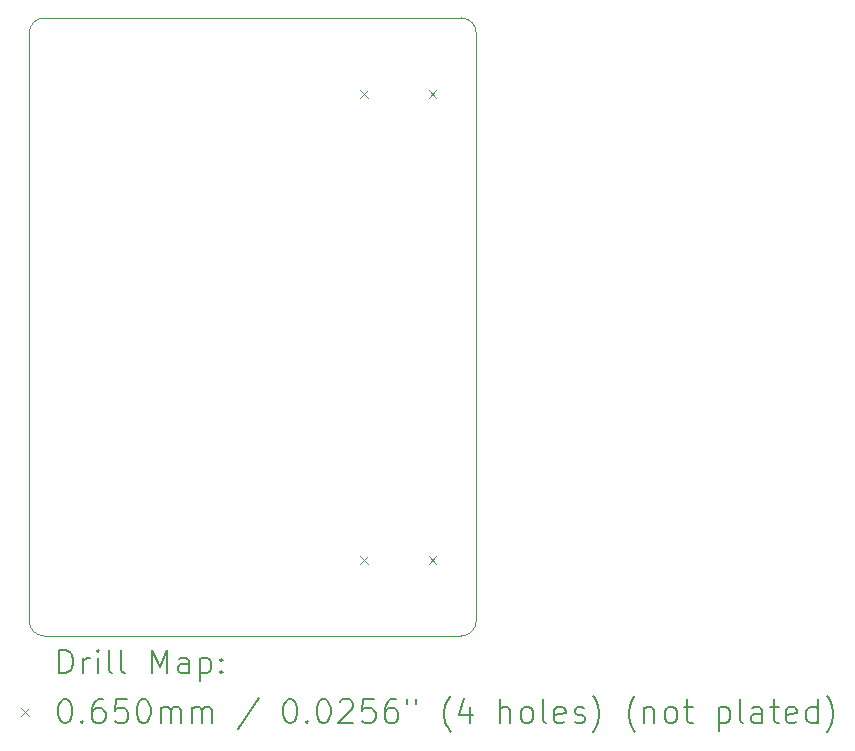
<source format=gbr>
%TF.GenerationSoftware,KiCad,Pcbnew,8.0.2-8.0.2-0~ubuntu22.04.1*%
%TF.CreationDate,2024-05-30T19:54:08+02:00*%
%TF.ProjectId,tamarin-c,74616d61-7269-46e2-9d63-2e6b69636164,rev?*%
%TF.SameCoordinates,Original*%
%TF.FileFunction,Drillmap*%
%TF.FilePolarity,Positive*%
%FSLAX45Y45*%
G04 Gerber Fmt 4.5, Leading zero omitted, Abs format (unit mm)*
G04 Created by KiCad (PCBNEW 8.0.2-8.0.2-0~ubuntu22.04.1) date 2024-05-30 19:54:08*
%MOMM*%
%LPD*%
G01*
G04 APERTURE LIST*
%ADD10C,0.100000*%
%ADD11C,0.200000*%
G04 APERTURE END LIST*
D10*
X15138400Y-5054600D02*
G75*
G02*
X15265400Y-5181600I0J-127000D01*
G01*
X15265400Y-5181600D02*
X15265400Y-10160000D01*
X13055600Y-10287000D02*
X11607800Y-10287000D01*
X15138400Y-5054600D02*
X11607800Y-5054600D01*
X11607800Y-10287000D02*
G75*
G02*
X11480800Y-10160000I0J127000D01*
G01*
X15265400Y-10160000D02*
G75*
G02*
X15138400Y-10287000I-127000J0D01*
G01*
X11480800Y-5181600D02*
X11480800Y-10160000D01*
X13055600Y-10287000D02*
X15138400Y-10287000D01*
X11480800Y-5181600D02*
G75*
G02*
X11607800Y-5054600I127000J0D01*
G01*
D11*
D10*
X14283500Y-5665000D02*
X14348500Y-5730000D01*
X14348500Y-5665000D02*
X14283500Y-5730000D01*
X14283500Y-9613500D02*
X14348500Y-9678500D01*
X14348500Y-9613500D02*
X14283500Y-9678500D01*
X14861500Y-5665000D02*
X14926500Y-5730000D01*
X14926500Y-5665000D02*
X14861500Y-5730000D01*
X14861500Y-9613500D02*
X14926500Y-9678500D01*
X14926500Y-9613500D02*
X14861500Y-9678500D01*
D11*
X11736577Y-10603484D02*
X11736577Y-10403484D01*
X11736577Y-10403484D02*
X11784196Y-10403484D01*
X11784196Y-10403484D02*
X11812767Y-10413008D01*
X11812767Y-10413008D02*
X11831815Y-10432055D01*
X11831815Y-10432055D02*
X11841339Y-10451103D01*
X11841339Y-10451103D02*
X11850862Y-10489198D01*
X11850862Y-10489198D02*
X11850862Y-10517770D01*
X11850862Y-10517770D02*
X11841339Y-10555865D01*
X11841339Y-10555865D02*
X11831815Y-10574912D01*
X11831815Y-10574912D02*
X11812767Y-10593960D01*
X11812767Y-10593960D02*
X11784196Y-10603484D01*
X11784196Y-10603484D02*
X11736577Y-10603484D01*
X11936577Y-10603484D02*
X11936577Y-10470150D01*
X11936577Y-10508246D02*
X11946101Y-10489198D01*
X11946101Y-10489198D02*
X11955624Y-10479674D01*
X11955624Y-10479674D02*
X11974672Y-10470150D01*
X11974672Y-10470150D02*
X11993720Y-10470150D01*
X12060386Y-10603484D02*
X12060386Y-10470150D01*
X12060386Y-10403484D02*
X12050862Y-10413008D01*
X12050862Y-10413008D02*
X12060386Y-10422531D01*
X12060386Y-10422531D02*
X12069910Y-10413008D01*
X12069910Y-10413008D02*
X12060386Y-10403484D01*
X12060386Y-10403484D02*
X12060386Y-10422531D01*
X12184196Y-10603484D02*
X12165148Y-10593960D01*
X12165148Y-10593960D02*
X12155624Y-10574912D01*
X12155624Y-10574912D02*
X12155624Y-10403484D01*
X12288958Y-10603484D02*
X12269910Y-10593960D01*
X12269910Y-10593960D02*
X12260386Y-10574912D01*
X12260386Y-10574912D02*
X12260386Y-10403484D01*
X12517529Y-10603484D02*
X12517529Y-10403484D01*
X12517529Y-10403484D02*
X12584196Y-10546341D01*
X12584196Y-10546341D02*
X12650862Y-10403484D01*
X12650862Y-10403484D02*
X12650862Y-10603484D01*
X12831815Y-10603484D02*
X12831815Y-10498722D01*
X12831815Y-10498722D02*
X12822291Y-10479674D01*
X12822291Y-10479674D02*
X12803243Y-10470150D01*
X12803243Y-10470150D02*
X12765148Y-10470150D01*
X12765148Y-10470150D02*
X12746101Y-10479674D01*
X12831815Y-10593960D02*
X12812767Y-10603484D01*
X12812767Y-10603484D02*
X12765148Y-10603484D01*
X12765148Y-10603484D02*
X12746101Y-10593960D01*
X12746101Y-10593960D02*
X12736577Y-10574912D01*
X12736577Y-10574912D02*
X12736577Y-10555865D01*
X12736577Y-10555865D02*
X12746101Y-10536817D01*
X12746101Y-10536817D02*
X12765148Y-10527293D01*
X12765148Y-10527293D02*
X12812767Y-10527293D01*
X12812767Y-10527293D02*
X12831815Y-10517770D01*
X12927053Y-10470150D02*
X12927053Y-10670150D01*
X12927053Y-10479674D02*
X12946101Y-10470150D01*
X12946101Y-10470150D02*
X12984196Y-10470150D01*
X12984196Y-10470150D02*
X13003243Y-10479674D01*
X13003243Y-10479674D02*
X13012767Y-10489198D01*
X13012767Y-10489198D02*
X13022291Y-10508246D01*
X13022291Y-10508246D02*
X13022291Y-10565389D01*
X13022291Y-10565389D02*
X13012767Y-10584436D01*
X13012767Y-10584436D02*
X13003243Y-10593960D01*
X13003243Y-10593960D02*
X12984196Y-10603484D01*
X12984196Y-10603484D02*
X12946101Y-10603484D01*
X12946101Y-10603484D02*
X12927053Y-10593960D01*
X13108005Y-10584436D02*
X13117529Y-10593960D01*
X13117529Y-10593960D02*
X13108005Y-10603484D01*
X13108005Y-10603484D02*
X13098482Y-10593960D01*
X13098482Y-10593960D02*
X13108005Y-10584436D01*
X13108005Y-10584436D02*
X13108005Y-10603484D01*
X13108005Y-10479674D02*
X13117529Y-10489198D01*
X13117529Y-10489198D02*
X13108005Y-10498722D01*
X13108005Y-10498722D02*
X13098482Y-10489198D01*
X13098482Y-10489198D02*
X13108005Y-10479674D01*
X13108005Y-10479674D02*
X13108005Y-10498722D01*
D10*
X11410800Y-10899500D02*
X11475800Y-10964500D01*
X11475800Y-10899500D02*
X11410800Y-10964500D01*
D11*
X11774672Y-10823484D02*
X11793720Y-10823484D01*
X11793720Y-10823484D02*
X11812767Y-10833008D01*
X11812767Y-10833008D02*
X11822291Y-10842531D01*
X11822291Y-10842531D02*
X11831815Y-10861579D01*
X11831815Y-10861579D02*
X11841339Y-10899674D01*
X11841339Y-10899674D02*
X11841339Y-10947293D01*
X11841339Y-10947293D02*
X11831815Y-10985389D01*
X11831815Y-10985389D02*
X11822291Y-11004436D01*
X11822291Y-11004436D02*
X11812767Y-11013960D01*
X11812767Y-11013960D02*
X11793720Y-11023484D01*
X11793720Y-11023484D02*
X11774672Y-11023484D01*
X11774672Y-11023484D02*
X11755624Y-11013960D01*
X11755624Y-11013960D02*
X11746101Y-11004436D01*
X11746101Y-11004436D02*
X11736577Y-10985389D01*
X11736577Y-10985389D02*
X11727053Y-10947293D01*
X11727053Y-10947293D02*
X11727053Y-10899674D01*
X11727053Y-10899674D02*
X11736577Y-10861579D01*
X11736577Y-10861579D02*
X11746101Y-10842531D01*
X11746101Y-10842531D02*
X11755624Y-10833008D01*
X11755624Y-10833008D02*
X11774672Y-10823484D01*
X11927053Y-11004436D02*
X11936577Y-11013960D01*
X11936577Y-11013960D02*
X11927053Y-11023484D01*
X11927053Y-11023484D02*
X11917529Y-11013960D01*
X11917529Y-11013960D02*
X11927053Y-11004436D01*
X11927053Y-11004436D02*
X11927053Y-11023484D01*
X12108005Y-10823484D02*
X12069910Y-10823484D01*
X12069910Y-10823484D02*
X12050862Y-10833008D01*
X12050862Y-10833008D02*
X12041339Y-10842531D01*
X12041339Y-10842531D02*
X12022291Y-10871103D01*
X12022291Y-10871103D02*
X12012767Y-10909198D01*
X12012767Y-10909198D02*
X12012767Y-10985389D01*
X12012767Y-10985389D02*
X12022291Y-11004436D01*
X12022291Y-11004436D02*
X12031815Y-11013960D01*
X12031815Y-11013960D02*
X12050862Y-11023484D01*
X12050862Y-11023484D02*
X12088958Y-11023484D01*
X12088958Y-11023484D02*
X12108005Y-11013960D01*
X12108005Y-11013960D02*
X12117529Y-11004436D01*
X12117529Y-11004436D02*
X12127053Y-10985389D01*
X12127053Y-10985389D02*
X12127053Y-10937770D01*
X12127053Y-10937770D02*
X12117529Y-10918722D01*
X12117529Y-10918722D02*
X12108005Y-10909198D01*
X12108005Y-10909198D02*
X12088958Y-10899674D01*
X12088958Y-10899674D02*
X12050862Y-10899674D01*
X12050862Y-10899674D02*
X12031815Y-10909198D01*
X12031815Y-10909198D02*
X12022291Y-10918722D01*
X12022291Y-10918722D02*
X12012767Y-10937770D01*
X12308005Y-10823484D02*
X12212767Y-10823484D01*
X12212767Y-10823484D02*
X12203243Y-10918722D01*
X12203243Y-10918722D02*
X12212767Y-10909198D01*
X12212767Y-10909198D02*
X12231815Y-10899674D01*
X12231815Y-10899674D02*
X12279434Y-10899674D01*
X12279434Y-10899674D02*
X12298482Y-10909198D01*
X12298482Y-10909198D02*
X12308005Y-10918722D01*
X12308005Y-10918722D02*
X12317529Y-10937770D01*
X12317529Y-10937770D02*
X12317529Y-10985389D01*
X12317529Y-10985389D02*
X12308005Y-11004436D01*
X12308005Y-11004436D02*
X12298482Y-11013960D01*
X12298482Y-11013960D02*
X12279434Y-11023484D01*
X12279434Y-11023484D02*
X12231815Y-11023484D01*
X12231815Y-11023484D02*
X12212767Y-11013960D01*
X12212767Y-11013960D02*
X12203243Y-11004436D01*
X12441339Y-10823484D02*
X12460386Y-10823484D01*
X12460386Y-10823484D02*
X12479434Y-10833008D01*
X12479434Y-10833008D02*
X12488958Y-10842531D01*
X12488958Y-10842531D02*
X12498482Y-10861579D01*
X12498482Y-10861579D02*
X12508005Y-10899674D01*
X12508005Y-10899674D02*
X12508005Y-10947293D01*
X12508005Y-10947293D02*
X12498482Y-10985389D01*
X12498482Y-10985389D02*
X12488958Y-11004436D01*
X12488958Y-11004436D02*
X12479434Y-11013960D01*
X12479434Y-11013960D02*
X12460386Y-11023484D01*
X12460386Y-11023484D02*
X12441339Y-11023484D01*
X12441339Y-11023484D02*
X12422291Y-11013960D01*
X12422291Y-11013960D02*
X12412767Y-11004436D01*
X12412767Y-11004436D02*
X12403243Y-10985389D01*
X12403243Y-10985389D02*
X12393720Y-10947293D01*
X12393720Y-10947293D02*
X12393720Y-10899674D01*
X12393720Y-10899674D02*
X12403243Y-10861579D01*
X12403243Y-10861579D02*
X12412767Y-10842531D01*
X12412767Y-10842531D02*
X12422291Y-10833008D01*
X12422291Y-10833008D02*
X12441339Y-10823484D01*
X12593720Y-11023484D02*
X12593720Y-10890150D01*
X12593720Y-10909198D02*
X12603243Y-10899674D01*
X12603243Y-10899674D02*
X12622291Y-10890150D01*
X12622291Y-10890150D02*
X12650863Y-10890150D01*
X12650863Y-10890150D02*
X12669910Y-10899674D01*
X12669910Y-10899674D02*
X12679434Y-10918722D01*
X12679434Y-10918722D02*
X12679434Y-11023484D01*
X12679434Y-10918722D02*
X12688958Y-10899674D01*
X12688958Y-10899674D02*
X12708005Y-10890150D01*
X12708005Y-10890150D02*
X12736577Y-10890150D01*
X12736577Y-10890150D02*
X12755624Y-10899674D01*
X12755624Y-10899674D02*
X12765148Y-10918722D01*
X12765148Y-10918722D02*
X12765148Y-11023484D01*
X12860386Y-11023484D02*
X12860386Y-10890150D01*
X12860386Y-10909198D02*
X12869910Y-10899674D01*
X12869910Y-10899674D02*
X12888958Y-10890150D01*
X12888958Y-10890150D02*
X12917529Y-10890150D01*
X12917529Y-10890150D02*
X12936577Y-10899674D01*
X12936577Y-10899674D02*
X12946101Y-10918722D01*
X12946101Y-10918722D02*
X12946101Y-11023484D01*
X12946101Y-10918722D02*
X12955624Y-10899674D01*
X12955624Y-10899674D02*
X12974672Y-10890150D01*
X12974672Y-10890150D02*
X13003243Y-10890150D01*
X13003243Y-10890150D02*
X13022291Y-10899674D01*
X13022291Y-10899674D02*
X13031815Y-10918722D01*
X13031815Y-10918722D02*
X13031815Y-11023484D01*
X13422291Y-10813960D02*
X13250863Y-11071103D01*
X13679434Y-10823484D02*
X13698482Y-10823484D01*
X13698482Y-10823484D02*
X13717529Y-10833008D01*
X13717529Y-10833008D02*
X13727053Y-10842531D01*
X13727053Y-10842531D02*
X13736577Y-10861579D01*
X13736577Y-10861579D02*
X13746101Y-10899674D01*
X13746101Y-10899674D02*
X13746101Y-10947293D01*
X13746101Y-10947293D02*
X13736577Y-10985389D01*
X13736577Y-10985389D02*
X13727053Y-11004436D01*
X13727053Y-11004436D02*
X13717529Y-11013960D01*
X13717529Y-11013960D02*
X13698482Y-11023484D01*
X13698482Y-11023484D02*
X13679434Y-11023484D01*
X13679434Y-11023484D02*
X13660386Y-11013960D01*
X13660386Y-11013960D02*
X13650863Y-11004436D01*
X13650863Y-11004436D02*
X13641339Y-10985389D01*
X13641339Y-10985389D02*
X13631815Y-10947293D01*
X13631815Y-10947293D02*
X13631815Y-10899674D01*
X13631815Y-10899674D02*
X13641339Y-10861579D01*
X13641339Y-10861579D02*
X13650863Y-10842531D01*
X13650863Y-10842531D02*
X13660386Y-10833008D01*
X13660386Y-10833008D02*
X13679434Y-10823484D01*
X13831815Y-11004436D02*
X13841339Y-11013960D01*
X13841339Y-11013960D02*
X13831815Y-11023484D01*
X13831815Y-11023484D02*
X13822291Y-11013960D01*
X13822291Y-11013960D02*
X13831815Y-11004436D01*
X13831815Y-11004436D02*
X13831815Y-11023484D01*
X13965148Y-10823484D02*
X13984196Y-10823484D01*
X13984196Y-10823484D02*
X14003244Y-10833008D01*
X14003244Y-10833008D02*
X14012767Y-10842531D01*
X14012767Y-10842531D02*
X14022291Y-10861579D01*
X14022291Y-10861579D02*
X14031815Y-10899674D01*
X14031815Y-10899674D02*
X14031815Y-10947293D01*
X14031815Y-10947293D02*
X14022291Y-10985389D01*
X14022291Y-10985389D02*
X14012767Y-11004436D01*
X14012767Y-11004436D02*
X14003244Y-11013960D01*
X14003244Y-11013960D02*
X13984196Y-11023484D01*
X13984196Y-11023484D02*
X13965148Y-11023484D01*
X13965148Y-11023484D02*
X13946101Y-11013960D01*
X13946101Y-11013960D02*
X13936577Y-11004436D01*
X13936577Y-11004436D02*
X13927053Y-10985389D01*
X13927053Y-10985389D02*
X13917529Y-10947293D01*
X13917529Y-10947293D02*
X13917529Y-10899674D01*
X13917529Y-10899674D02*
X13927053Y-10861579D01*
X13927053Y-10861579D02*
X13936577Y-10842531D01*
X13936577Y-10842531D02*
X13946101Y-10833008D01*
X13946101Y-10833008D02*
X13965148Y-10823484D01*
X14108006Y-10842531D02*
X14117529Y-10833008D01*
X14117529Y-10833008D02*
X14136577Y-10823484D01*
X14136577Y-10823484D02*
X14184196Y-10823484D01*
X14184196Y-10823484D02*
X14203244Y-10833008D01*
X14203244Y-10833008D02*
X14212767Y-10842531D01*
X14212767Y-10842531D02*
X14222291Y-10861579D01*
X14222291Y-10861579D02*
X14222291Y-10880627D01*
X14222291Y-10880627D02*
X14212767Y-10909198D01*
X14212767Y-10909198D02*
X14098482Y-11023484D01*
X14098482Y-11023484D02*
X14222291Y-11023484D01*
X14403244Y-10823484D02*
X14308006Y-10823484D01*
X14308006Y-10823484D02*
X14298482Y-10918722D01*
X14298482Y-10918722D02*
X14308006Y-10909198D01*
X14308006Y-10909198D02*
X14327053Y-10899674D01*
X14327053Y-10899674D02*
X14374672Y-10899674D01*
X14374672Y-10899674D02*
X14393720Y-10909198D01*
X14393720Y-10909198D02*
X14403244Y-10918722D01*
X14403244Y-10918722D02*
X14412767Y-10937770D01*
X14412767Y-10937770D02*
X14412767Y-10985389D01*
X14412767Y-10985389D02*
X14403244Y-11004436D01*
X14403244Y-11004436D02*
X14393720Y-11013960D01*
X14393720Y-11013960D02*
X14374672Y-11023484D01*
X14374672Y-11023484D02*
X14327053Y-11023484D01*
X14327053Y-11023484D02*
X14308006Y-11013960D01*
X14308006Y-11013960D02*
X14298482Y-11004436D01*
X14584196Y-10823484D02*
X14546101Y-10823484D01*
X14546101Y-10823484D02*
X14527053Y-10833008D01*
X14527053Y-10833008D02*
X14517529Y-10842531D01*
X14517529Y-10842531D02*
X14498482Y-10871103D01*
X14498482Y-10871103D02*
X14488958Y-10909198D01*
X14488958Y-10909198D02*
X14488958Y-10985389D01*
X14488958Y-10985389D02*
X14498482Y-11004436D01*
X14498482Y-11004436D02*
X14508006Y-11013960D01*
X14508006Y-11013960D02*
X14527053Y-11023484D01*
X14527053Y-11023484D02*
X14565148Y-11023484D01*
X14565148Y-11023484D02*
X14584196Y-11013960D01*
X14584196Y-11013960D02*
X14593720Y-11004436D01*
X14593720Y-11004436D02*
X14603244Y-10985389D01*
X14603244Y-10985389D02*
X14603244Y-10937770D01*
X14603244Y-10937770D02*
X14593720Y-10918722D01*
X14593720Y-10918722D02*
X14584196Y-10909198D01*
X14584196Y-10909198D02*
X14565148Y-10899674D01*
X14565148Y-10899674D02*
X14527053Y-10899674D01*
X14527053Y-10899674D02*
X14508006Y-10909198D01*
X14508006Y-10909198D02*
X14498482Y-10918722D01*
X14498482Y-10918722D02*
X14488958Y-10937770D01*
X14679434Y-10823484D02*
X14679434Y-10861579D01*
X14755625Y-10823484D02*
X14755625Y-10861579D01*
X15050863Y-11099674D02*
X15041339Y-11090150D01*
X15041339Y-11090150D02*
X15022291Y-11061579D01*
X15022291Y-11061579D02*
X15012768Y-11042531D01*
X15012768Y-11042531D02*
X15003244Y-11013960D01*
X15003244Y-11013960D02*
X14993720Y-10966341D01*
X14993720Y-10966341D02*
X14993720Y-10928246D01*
X14993720Y-10928246D02*
X15003244Y-10880627D01*
X15003244Y-10880627D02*
X15012768Y-10852055D01*
X15012768Y-10852055D02*
X15022291Y-10833008D01*
X15022291Y-10833008D02*
X15041339Y-10804436D01*
X15041339Y-10804436D02*
X15050863Y-10794912D01*
X15212768Y-10890150D02*
X15212768Y-11023484D01*
X15165148Y-10813960D02*
X15117529Y-10956817D01*
X15117529Y-10956817D02*
X15241339Y-10956817D01*
X15469910Y-11023484D02*
X15469910Y-10823484D01*
X15555625Y-11023484D02*
X15555625Y-10918722D01*
X15555625Y-10918722D02*
X15546101Y-10899674D01*
X15546101Y-10899674D02*
X15527053Y-10890150D01*
X15527053Y-10890150D02*
X15498482Y-10890150D01*
X15498482Y-10890150D02*
X15479434Y-10899674D01*
X15479434Y-10899674D02*
X15469910Y-10909198D01*
X15679434Y-11023484D02*
X15660387Y-11013960D01*
X15660387Y-11013960D02*
X15650863Y-11004436D01*
X15650863Y-11004436D02*
X15641339Y-10985389D01*
X15641339Y-10985389D02*
X15641339Y-10928246D01*
X15641339Y-10928246D02*
X15650863Y-10909198D01*
X15650863Y-10909198D02*
X15660387Y-10899674D01*
X15660387Y-10899674D02*
X15679434Y-10890150D01*
X15679434Y-10890150D02*
X15708006Y-10890150D01*
X15708006Y-10890150D02*
X15727053Y-10899674D01*
X15727053Y-10899674D02*
X15736577Y-10909198D01*
X15736577Y-10909198D02*
X15746101Y-10928246D01*
X15746101Y-10928246D02*
X15746101Y-10985389D01*
X15746101Y-10985389D02*
X15736577Y-11004436D01*
X15736577Y-11004436D02*
X15727053Y-11013960D01*
X15727053Y-11013960D02*
X15708006Y-11023484D01*
X15708006Y-11023484D02*
X15679434Y-11023484D01*
X15860387Y-11023484D02*
X15841339Y-11013960D01*
X15841339Y-11013960D02*
X15831815Y-10994912D01*
X15831815Y-10994912D02*
X15831815Y-10823484D01*
X16012768Y-11013960D02*
X15993720Y-11023484D01*
X15993720Y-11023484D02*
X15955625Y-11023484D01*
X15955625Y-11023484D02*
X15936577Y-11013960D01*
X15936577Y-11013960D02*
X15927053Y-10994912D01*
X15927053Y-10994912D02*
X15927053Y-10918722D01*
X15927053Y-10918722D02*
X15936577Y-10899674D01*
X15936577Y-10899674D02*
X15955625Y-10890150D01*
X15955625Y-10890150D02*
X15993720Y-10890150D01*
X15993720Y-10890150D02*
X16012768Y-10899674D01*
X16012768Y-10899674D02*
X16022291Y-10918722D01*
X16022291Y-10918722D02*
X16022291Y-10937770D01*
X16022291Y-10937770D02*
X15927053Y-10956817D01*
X16098482Y-11013960D02*
X16117530Y-11023484D01*
X16117530Y-11023484D02*
X16155625Y-11023484D01*
X16155625Y-11023484D02*
X16174672Y-11013960D01*
X16174672Y-11013960D02*
X16184196Y-10994912D01*
X16184196Y-10994912D02*
X16184196Y-10985389D01*
X16184196Y-10985389D02*
X16174672Y-10966341D01*
X16174672Y-10966341D02*
X16155625Y-10956817D01*
X16155625Y-10956817D02*
X16127053Y-10956817D01*
X16127053Y-10956817D02*
X16108006Y-10947293D01*
X16108006Y-10947293D02*
X16098482Y-10928246D01*
X16098482Y-10928246D02*
X16098482Y-10918722D01*
X16098482Y-10918722D02*
X16108006Y-10899674D01*
X16108006Y-10899674D02*
X16127053Y-10890150D01*
X16127053Y-10890150D02*
X16155625Y-10890150D01*
X16155625Y-10890150D02*
X16174672Y-10899674D01*
X16250863Y-11099674D02*
X16260387Y-11090150D01*
X16260387Y-11090150D02*
X16279434Y-11061579D01*
X16279434Y-11061579D02*
X16288958Y-11042531D01*
X16288958Y-11042531D02*
X16298482Y-11013960D01*
X16298482Y-11013960D02*
X16308006Y-10966341D01*
X16308006Y-10966341D02*
X16308006Y-10928246D01*
X16308006Y-10928246D02*
X16298482Y-10880627D01*
X16298482Y-10880627D02*
X16288958Y-10852055D01*
X16288958Y-10852055D02*
X16279434Y-10833008D01*
X16279434Y-10833008D02*
X16260387Y-10804436D01*
X16260387Y-10804436D02*
X16250863Y-10794912D01*
X16612768Y-11099674D02*
X16603244Y-11090150D01*
X16603244Y-11090150D02*
X16584196Y-11061579D01*
X16584196Y-11061579D02*
X16574672Y-11042531D01*
X16574672Y-11042531D02*
X16565149Y-11013960D01*
X16565149Y-11013960D02*
X16555625Y-10966341D01*
X16555625Y-10966341D02*
X16555625Y-10928246D01*
X16555625Y-10928246D02*
X16565149Y-10880627D01*
X16565149Y-10880627D02*
X16574672Y-10852055D01*
X16574672Y-10852055D02*
X16584196Y-10833008D01*
X16584196Y-10833008D02*
X16603244Y-10804436D01*
X16603244Y-10804436D02*
X16612768Y-10794912D01*
X16688958Y-10890150D02*
X16688958Y-11023484D01*
X16688958Y-10909198D02*
X16698482Y-10899674D01*
X16698482Y-10899674D02*
X16717530Y-10890150D01*
X16717530Y-10890150D02*
X16746101Y-10890150D01*
X16746101Y-10890150D02*
X16765149Y-10899674D01*
X16765149Y-10899674D02*
X16774672Y-10918722D01*
X16774672Y-10918722D02*
X16774672Y-11023484D01*
X16898482Y-11023484D02*
X16879434Y-11013960D01*
X16879434Y-11013960D02*
X16869911Y-11004436D01*
X16869911Y-11004436D02*
X16860387Y-10985389D01*
X16860387Y-10985389D02*
X16860387Y-10928246D01*
X16860387Y-10928246D02*
X16869911Y-10909198D01*
X16869911Y-10909198D02*
X16879434Y-10899674D01*
X16879434Y-10899674D02*
X16898482Y-10890150D01*
X16898482Y-10890150D02*
X16927054Y-10890150D01*
X16927054Y-10890150D02*
X16946101Y-10899674D01*
X16946101Y-10899674D02*
X16955625Y-10909198D01*
X16955625Y-10909198D02*
X16965149Y-10928246D01*
X16965149Y-10928246D02*
X16965149Y-10985389D01*
X16965149Y-10985389D02*
X16955625Y-11004436D01*
X16955625Y-11004436D02*
X16946101Y-11013960D01*
X16946101Y-11013960D02*
X16927054Y-11023484D01*
X16927054Y-11023484D02*
X16898482Y-11023484D01*
X17022292Y-10890150D02*
X17098482Y-10890150D01*
X17050863Y-10823484D02*
X17050863Y-10994912D01*
X17050863Y-10994912D02*
X17060387Y-11013960D01*
X17060387Y-11013960D02*
X17079434Y-11023484D01*
X17079434Y-11023484D02*
X17098482Y-11023484D01*
X17317530Y-10890150D02*
X17317530Y-11090150D01*
X17317530Y-10899674D02*
X17336577Y-10890150D01*
X17336577Y-10890150D02*
X17374673Y-10890150D01*
X17374673Y-10890150D02*
X17393720Y-10899674D01*
X17393720Y-10899674D02*
X17403244Y-10909198D01*
X17403244Y-10909198D02*
X17412768Y-10928246D01*
X17412768Y-10928246D02*
X17412768Y-10985389D01*
X17412768Y-10985389D02*
X17403244Y-11004436D01*
X17403244Y-11004436D02*
X17393720Y-11013960D01*
X17393720Y-11013960D02*
X17374673Y-11023484D01*
X17374673Y-11023484D02*
X17336577Y-11023484D01*
X17336577Y-11023484D02*
X17317530Y-11013960D01*
X17527054Y-11023484D02*
X17508006Y-11013960D01*
X17508006Y-11013960D02*
X17498482Y-10994912D01*
X17498482Y-10994912D02*
X17498482Y-10823484D01*
X17688958Y-11023484D02*
X17688958Y-10918722D01*
X17688958Y-10918722D02*
X17679435Y-10899674D01*
X17679435Y-10899674D02*
X17660387Y-10890150D01*
X17660387Y-10890150D02*
X17622292Y-10890150D01*
X17622292Y-10890150D02*
X17603244Y-10899674D01*
X17688958Y-11013960D02*
X17669911Y-11023484D01*
X17669911Y-11023484D02*
X17622292Y-11023484D01*
X17622292Y-11023484D02*
X17603244Y-11013960D01*
X17603244Y-11013960D02*
X17593720Y-10994912D01*
X17593720Y-10994912D02*
X17593720Y-10975865D01*
X17593720Y-10975865D02*
X17603244Y-10956817D01*
X17603244Y-10956817D02*
X17622292Y-10947293D01*
X17622292Y-10947293D02*
X17669911Y-10947293D01*
X17669911Y-10947293D02*
X17688958Y-10937770D01*
X17755625Y-10890150D02*
X17831815Y-10890150D01*
X17784196Y-10823484D02*
X17784196Y-10994912D01*
X17784196Y-10994912D02*
X17793720Y-11013960D01*
X17793720Y-11013960D02*
X17812768Y-11023484D01*
X17812768Y-11023484D02*
X17831815Y-11023484D01*
X17974673Y-11013960D02*
X17955625Y-11023484D01*
X17955625Y-11023484D02*
X17917530Y-11023484D01*
X17917530Y-11023484D02*
X17898482Y-11013960D01*
X17898482Y-11013960D02*
X17888958Y-10994912D01*
X17888958Y-10994912D02*
X17888958Y-10918722D01*
X17888958Y-10918722D02*
X17898482Y-10899674D01*
X17898482Y-10899674D02*
X17917530Y-10890150D01*
X17917530Y-10890150D02*
X17955625Y-10890150D01*
X17955625Y-10890150D02*
X17974673Y-10899674D01*
X17974673Y-10899674D02*
X17984196Y-10918722D01*
X17984196Y-10918722D02*
X17984196Y-10937770D01*
X17984196Y-10937770D02*
X17888958Y-10956817D01*
X18155625Y-11023484D02*
X18155625Y-10823484D01*
X18155625Y-11013960D02*
X18136577Y-11023484D01*
X18136577Y-11023484D02*
X18098482Y-11023484D01*
X18098482Y-11023484D02*
X18079435Y-11013960D01*
X18079435Y-11013960D02*
X18069911Y-11004436D01*
X18069911Y-11004436D02*
X18060387Y-10985389D01*
X18060387Y-10985389D02*
X18060387Y-10928246D01*
X18060387Y-10928246D02*
X18069911Y-10909198D01*
X18069911Y-10909198D02*
X18079435Y-10899674D01*
X18079435Y-10899674D02*
X18098482Y-10890150D01*
X18098482Y-10890150D02*
X18136577Y-10890150D01*
X18136577Y-10890150D02*
X18155625Y-10899674D01*
X18231816Y-11099674D02*
X18241339Y-11090150D01*
X18241339Y-11090150D02*
X18260387Y-11061579D01*
X18260387Y-11061579D02*
X18269911Y-11042531D01*
X18269911Y-11042531D02*
X18279435Y-11013960D01*
X18279435Y-11013960D02*
X18288958Y-10966341D01*
X18288958Y-10966341D02*
X18288958Y-10928246D01*
X18288958Y-10928246D02*
X18279435Y-10880627D01*
X18279435Y-10880627D02*
X18269911Y-10852055D01*
X18269911Y-10852055D02*
X18260387Y-10833008D01*
X18260387Y-10833008D02*
X18241339Y-10804436D01*
X18241339Y-10804436D02*
X18231816Y-10794912D01*
M02*

</source>
